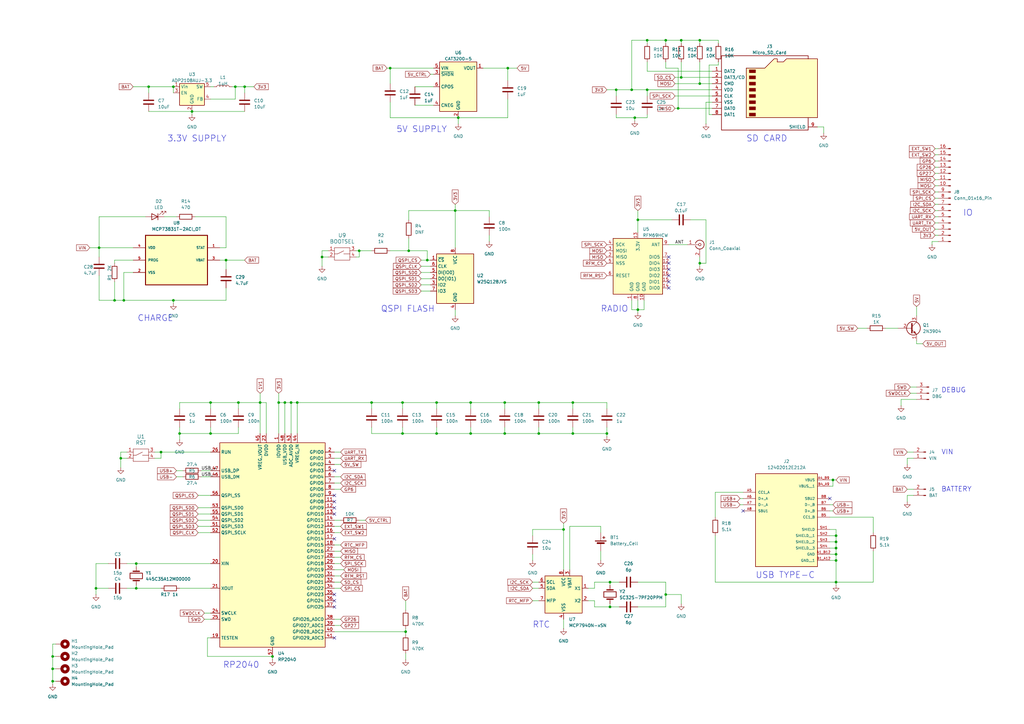
<source format=kicad_sch>
(kicad_sch (version 20231120) (generator "eeschema") (generator_version "8.0")
  (paper "A3")
  (junction (at 40.64 101.6))
  (junction (at 39.37 241.3))
  (junction (at 220.98 177.8))
  (junction (at 165.1 165.1))
  (junction (at 260.35 48.26))
  (junction (at 179.07 165.1))
  (junction (at 220.98 165.1))
  (junction (at 193.04 177.8))
  (junction (at 166.37 259.08))
  (junction (at 279.4 16.51))
  (junction (at 207.01 177.8))
  (junction (at 147.32 102.87))
  (junction (at 175.26 106.68))
  (junction (at 231.14 217.17))
  (junction (at 165.1 177.8))
  (junction (at 342.9 224.79))
  (junction (at 86.36 177.8))
  (junction (at 259.08 36.83))
  (junction (at 73.66 177.8))
  (junction (at 186.69 86.36))
  (junction (at 287.02 107.95))
  (junction (at 234.95 177.8))
  (junction (at 114.3 165.1))
  (junction (at 71.12 35.56))
  (junction (at 21.59 274.32))
  (junction (at 187.96 48.26))
  (junction (at 287.02 16.51))
  (junction (at 100.33 35.56))
  (junction (at 342.9 227.33))
  (junction (at 49.53 187.96))
  (junction (at 342.9 219.71))
  (junction (at 342.9 229.87))
  (junction (at 50.8 123.19))
  (junction (at 119.38 165.1))
  (junction (at 121.92 165.1))
  (junction (at 278.13 44.45))
  (junction (at 179.07 177.8))
  (junction (at 208.28 27.94))
  (junction (at 55.88 231.14))
  (junction (at 250.19 248.92))
  (junction (at 46.99 123.19))
  (junction (at 21.59 279.4))
  (junction (at 55.88 241.3))
  (junction (at 111.76 269.24))
  (junction (at 273.05 243.84))
  (junction (at 60.96 35.56))
  (junction (at 86.36 165.1))
  (junction (at 21.59 269.24))
  (junction (at 342.9 222.25))
  (junction (at 116.84 165.1))
  (junction (at 252.73 36.83))
  (junction (at 66.04 185.42))
  (junction (at 207.01 165.1))
  (junction (at 106.68 165.1))
  (junction (at 193.04 165.1))
  (junction (at 341.63 196.85))
  (junction (at 250.19 238.76))
  (junction (at 261.62 90.17))
  (junction (at 261.62 127))
  (junction (at 97.79 165.1))
  (junction (at 78.74 45.72))
  (junction (at 287.02 34.29))
  (junction (at 160.02 27.94))
  (junction (at 152.4 165.1))
  (junction (at 167.64 102.87))
  (junction (at 265.43 36.83))
  (junction (at 132.08 105.41))
  (junction (at 342.9 238.76))
  (junction (at 92.71 106.68))
  (junction (at 96.52 35.56))
  (junction (at 265.43 16.51))
  (junction (at 234.95 165.1))
  (junction (at 273.05 16.51))
  (junction (at 71.12 123.19))
  (junction (at 248.92 177.8))
  (junction (at 279.4 31.75))
  (no_connect (at 274.32 107.95))
  (no_connect (at 137.16 205.74))
  (no_connect (at 137.16 246.38))
  (no_connect (at 137.16 243.84))
  (no_connect (at 274.32 113.03))
  (no_connect (at 137.16 208.28))
  (no_connect (at 274.32 118.11))
  (no_connect (at 274.32 115.57))
  (no_connect (at 274.32 110.49))
  (no_connect (at 137.16 261.62))
  (no_connect (at 340.36 204.47))
  (no_connect (at 274.32 105.41))
  (no_connect (at 137.16 248.92))
  (no_connect (at 304.8 209.55))
  (no_connect (at 137.16 210.82))
  (no_connect (at 137.16 193.04))
  (no_connect (at 137.16 203.2))
  (no_connect (at 137.16 220.98))
  (wire (pts (xy 81.28 203.2) (xy 86.36 203.2)))
  (wire (pts (xy 152.4 165.1) (xy 165.1 165.1)))
  (wire (pts (xy 248.92 177.8) (xy 248.92 179.07)))
  (wire (pts (xy 200.66 86.36) (xy 186.69 86.36)))
  (wire (pts (xy 97.79 165.1) (xy 86.36 165.1)))
  (wire (pts (xy 22.86 264.16) (xy 21.59 264.16)))
  (wire (pts (xy 119.38 165.1) (xy 119.38 177.8)))
  (wire (pts (xy 250.19 248.92) (xy 250.19 247.65)))
  (wire (pts (xy 337.82 52.07) (xy 335.28 52.07)))
  (wire (pts (xy 137.16 256.54) (xy 139.7 256.54)))
  (wire (pts (xy 97.79 175.26) (xy 97.79 177.8)))
  (wire (pts (xy 81.28 213.36) (xy 86.36 213.36)))
  (wire (pts (xy 92.71 123.19) (xy 92.71 118.11)))
  (wire (pts (xy 342.9 238.76) (xy 342.9 240.03)))
  (wire (pts (xy 82.55 195.58) (xy 86.36 195.58)))
  (wire (pts (xy 137.16 228.6) (xy 139.7 228.6)))
  (wire (pts (xy 114.3 165.1) (xy 116.84 165.1)))
  (wire (pts (xy 50.8 123.19) (xy 71.12 123.19)))
  (wire (pts (xy 375.92 158.75) (xy 373.38 158.75)))
  (wire (pts (xy 152.4 175.26) (xy 152.4 177.8)))
  (wire (pts (xy 85.09 261.62) (xy 85.09 269.24)))
  (wire (pts (xy 81.28 208.28) (xy 86.36 208.28)))
  (wire (pts (xy 293.37 201.93) (xy 293.37 212.09)))
  (wire (pts (xy 290.83 26.67) (xy 290.83 46.99)))
  (wire (pts (xy 46.99 107.95) (xy 46.99 106.68)))
  (wire (pts (xy 243.84 238.76) (xy 250.19 238.76)))
  (wire (pts (xy 193.04 165.1) (xy 207.01 165.1)))
  (wire (pts (xy 383.54 81.28) (xy 384.81 81.28)))
  (wire (pts (xy 358.14 212.09) (xy 340.36 212.09)))
  (wire (pts (xy 340.36 219.71) (xy 342.9 219.71)))
  (wire (pts (xy 383.54 66.04) (xy 384.81 66.04)))
  (wire (pts (xy 283.21 90.17) (xy 289.56 90.17)))
  (wire (pts (xy 218.44 246.38) (xy 220.98 246.38)))
  (wire (pts (xy 218.44 241.3) (xy 220.98 241.3)))
  (wire (pts (xy 340.36 196.85) (xy 341.63 196.85)))
  (wire (pts (xy 137.16 231.14) (xy 139.7 231.14)))
  (wire (pts (xy 252.73 46.99) (xy 252.73 48.26)))
  (wire (pts (xy 383.54 60.96) (xy 384.81 60.96)))
  (wire (pts (xy 382.27 100.33) (xy 382.27 99.06)))
  (wire (pts (xy 55.88 240.03) (xy 55.88 241.3)))
  (wire (pts (xy 341.63 196.85) (xy 342.9 196.85)))
  (wire (pts (xy 152.4 177.8) (xy 165.1 177.8)))
  (wire (pts (xy 176.53 30.48) (xy 177.8 30.48)))
  (wire (pts (xy 294.64 26.67) (xy 290.83 26.67)))
  (wire (pts (xy 287.02 107.95) (xy 287.02 109.22)))
  (wire (pts (xy 293.37 238.76) (xy 342.9 238.76)))
  (wire (pts (xy 340.36 217.17) (xy 342.9 217.17)))
  (wire (pts (xy 383.54 91.44) (xy 384.81 91.44)))
  (wire (pts (xy 166.37 246.38) (xy 166.37 250.19)))
  (wire (pts (xy 250.19 248.92) (xy 254 248.92)))
  (wire (pts (xy 375.92 161.29) (xy 373.38 161.29)))
  (wire (pts (xy 378.46 140.97) (xy 375.92 140.97)))
  (wire (pts (xy 170.18 43.18) (xy 177.8 43.18)))
  (wire (pts (xy 60.96 38.1) (xy 60.96 35.56)))
  (wire (pts (xy 193.04 177.8) (xy 207.01 177.8)))
  (wire (pts (xy 265.43 48.26) (xy 265.43 46.99)))
  (wire (pts (xy 383.54 68.58) (xy 384.81 68.58)))
  (wire (pts (xy 55.88 232.41) (xy 55.88 231.14)))
  (wire (pts (xy 342.9 219.71) (xy 342.9 222.25)))
  (wire (pts (xy 132.08 102.87) (xy 132.08 105.41)))
  (wire (pts (xy 121.92 165.1) (xy 152.4 165.1)))
  (wire (pts (xy 66.04 185.42) (xy 86.36 185.42)))
  (wire (pts (xy 220.98 165.1) (xy 220.98 167.64)))
  (wire (pts (xy 246.38 218.44) (xy 246.38 215.9)))
  (wire (pts (xy 186.69 86.36) (xy 186.69 83.82)))
  (wire (pts (xy 261.62 123.19) (xy 261.62 127)))
  (wire (pts (xy 276.86 39.37) (xy 292.1 39.37)))
  (wire (pts (xy 55.88 231.14) (xy 86.36 231.14)))
  (wire (pts (xy 292.1 41.91) (xy 289.56 41.91)))
  (wire (pts (xy 146.05 102.87) (xy 147.32 102.87)))
  (wire (pts (xy 252.73 36.83) (xy 252.73 39.37)))
  (wire (pts (xy 273.05 27.94) (xy 278.13 27.94)))
  (wire (pts (xy 200.66 96.52) (xy 200.66 99.06)))
  (wire (pts (xy 60.96 35.56) (xy 71.12 35.56)))
  (wire (pts (xy 46.99 123.19) (xy 50.8 123.19)))
  (wire (pts (xy 358.14 226.06) (xy 358.14 238.76)))
  (wire (pts (xy 372.11 187.96) (xy 372.11 190.5)))
  (wire (pts (xy 287.02 17.78) (xy 287.02 16.51)))
  (wire (pts (xy 137.16 259.08) (xy 166.37 259.08)))
  (wire (pts (xy 78.74 45.72) (xy 78.74 46.99)))
  (wire (pts (xy 259.08 16.51) (xy 259.08 36.83)))
  (wire (pts (xy 208.28 27.94) (xy 212.09 27.94)))
  (wire (pts (xy 303.53 207.01) (xy 304.8 207.01)))
  (wire (pts (xy 137.16 213.36) (xy 139.7 213.36)))
  (wire (pts (xy 276.86 34.29) (xy 287.02 34.29)))
  (wire (pts (xy 109.22 165.1) (xy 106.68 165.1)))
  (wire (pts (xy 363.22 134.62) (xy 368.3 134.62)))
  (wire (pts (xy 72.39 195.58) (xy 74.93 195.58)))
  (wire (pts (xy 383.54 76.2) (xy 384.81 76.2)))
  (wire (pts (xy 289.56 90.17) (xy 289.56 107.95)))
  (wire (pts (xy 92.71 106.68) (xy 92.71 110.49)))
  (wire (pts (xy 265.43 29.21) (xy 292.1 29.21)))
  (wire (pts (xy 86.36 40.64) (xy 96.52 40.64)))
  (wire (pts (xy 264.16 127) (xy 261.62 127)))
  (wire (pts (xy 83.82 254) (xy 86.36 254)))
  (wire (pts (xy 261.62 127) (xy 261.62 128.27)))
  (wire (pts (xy 78.74 45.72) (xy 100.33 45.72)))
  (wire (pts (xy 273.05 25.4) (xy 273.05 27.94)))
  (wire (pts (xy 73.66 165.1) (xy 73.66 167.64)))
  (wire (pts (xy 167.64 102.87) (xy 160.02 102.87)))
  (wire (pts (xy 218.44 217.17) (xy 231.14 217.17)))
  (wire (pts (xy 372.11 203.2) (xy 374.65 203.2)))
  (wire (pts (xy 369.57 163.83) (xy 375.92 163.83)))
  (wire (pts (xy 259.08 36.83) (xy 265.43 36.83)))
  (wire (pts (xy 340.36 227.33) (xy 342.9 227.33)))
  (wire (pts (xy 137.16 185.42) (xy 139.7 185.42)))
  (wire (pts (xy 86.36 165.1) (xy 73.66 165.1)))
  (wire (pts (xy 175.26 106.68) (xy 176.53 106.68)))
  (wire (pts (xy 49.53 185.42) (xy 49.53 187.96)))
  (wire (pts (xy 207.01 165.1) (xy 220.98 165.1)))
  (wire (pts (xy 160.02 48.26) (xy 187.96 48.26)))
  (wire (pts (xy 261.62 90.17) (xy 275.59 90.17)))
  (wire (pts (xy 73.66 241.3) (xy 86.36 241.3)))
  (wire (pts (xy 36.83 101.6) (xy 40.64 101.6)))
  (wire (pts (xy 259.08 127) (xy 261.62 127)))
  (wire (pts (xy 207.01 175.26) (xy 207.01 177.8)))
  (wire (pts (xy 252.73 48.26) (xy 260.35 48.26)))
  (wire (pts (xy 208.28 27.94) (xy 208.28 33.02)))
  (wire (pts (xy 207.01 177.8) (xy 220.98 177.8)))
  (wire (pts (xy 218.44 219.71) (xy 218.44 217.17)))
  (wire (pts (xy 372.11 200.66) (xy 374.65 200.66)))
  (wire (pts (xy 342.9 227.33) (xy 342.9 229.87)))
  (wire (pts (xy 218.44 238.76) (xy 220.98 238.76)))
  (wire (pts (xy 63.5 187.96) (xy 66.04 187.96)))
  (wire (pts (xy 21.59 279.4) (xy 21.59 280.67)))
  (wire (pts (xy 342.9 224.79) (xy 342.9 227.33)))
  (wire (pts (xy 294.64 16.51) (xy 287.02 16.51)))
  (wire (pts (xy 86.36 35.56) (xy 87.63 35.56)))
  (wire (pts (xy 375.92 140.97) (xy 375.92 139.7)))
  (wire (pts (xy 234.95 175.26) (xy 234.95 177.8)))
  (wire (pts (xy 220.98 175.26) (xy 220.98 177.8)))
  (wire (pts (xy 261.62 95.25) (xy 261.62 90.17)))
  (wire (pts (xy 279.4 16.51) (xy 273.05 16.51)))
  (wire (pts (xy 83.82 251.46) (xy 86.36 251.46)))
  (wire (pts (xy 340.36 224.79) (xy 342.9 224.79)))
  (wire (pts (xy 82.55 193.04) (xy 86.36 193.04)))
  (wire (pts (xy 49.53 185.42) (xy 52.07 185.42)))
  (wire (pts (xy 261.62 238.76) (xy 273.05 238.76)))
  (wire (pts (xy 250.19 238.76) (xy 250.19 240.03)))
  (wire (pts (xy 278.13 44.45) (xy 292.1 44.45)))
  (wire (pts (xy 39.37 231.14) (xy 39.37 241.3)))
  (wire (pts (xy 90.17 101.6) (xy 92.71 101.6)))
  (wire (pts (xy 137.16 187.96) (xy 139.7 187.96)))
  (wire (pts (xy 383.54 83.82) (xy 384.81 83.82)))
  (wire (pts (xy 342.9 229.87) (xy 342.9 238.76)))
  (wire (pts (xy 97.79 165.1) (xy 97.79 167.64)))
  (wire (pts (xy 73.66 177.8) (xy 73.66 175.26)))
  (wire (pts (xy 147.32 102.87) (xy 152.4 102.87)))
  (wire (pts (xy 260.35 48.26) (xy 260.35 49.53)))
  (wire (pts (xy 96.52 35.56) (xy 100.33 35.56)))
  (wire (pts (xy 172.72 106.68) (xy 175.26 106.68)))
  (wire (pts (xy 137.16 241.3) (xy 139.7 241.3)))
  (wire (pts (xy 132.08 105.41) (xy 132.08 109.22)))
  (wire (pts (xy 243.84 246.38) (xy 243.84 248.92)))
  (wire (pts (xy 50.8 111.76) (xy 50.8 123.19)))
  (wire (pts (xy 342.9 222.25) (xy 342.9 224.79)))
  (wire (pts (xy 241.3 241.3) (xy 243.84 241.3)))
  (wire (pts (xy 252.73 36.83) (xy 259.08 36.83)))
  (wire (pts (xy 231.14 217.17) (xy 231.14 233.68)))
  (wire (pts (xy 241.3 246.38) (xy 243.84 246.38)))
  (wire (pts (xy 90.17 106.68) (xy 92.71 106.68)))
  (wire (pts (xy 248.92 177.8) (xy 248.92 175.26)))
  (wire (pts (xy 160.02 41.91) (xy 160.02 48.26)))
  (wire (pts (xy 71.12 35.56) (xy 71.12 38.1)))
  (wire (pts (xy 147.32 213.36) (xy 149.86 213.36)))
  (wire (pts (xy 73.66 177.8) (xy 73.66 180.34)))
  (wire (pts (xy 55.88 241.3) (xy 66.04 241.3)))
  (wire (pts (xy 246.38 226.06) (xy 246.38 229.87)))
  (wire (pts (xy 273.05 16.51) (xy 273.05 17.78)))
  (wire (pts (xy 54.61 35.56) (xy 60.96 35.56)))
  (wire (pts (xy 172.72 114.3) (xy 176.53 114.3)))
  (wire (pts (xy 278.13 27.94) (xy 278.13 44.45)))
  (wire (pts (xy 40.64 88.9) (xy 40.64 101.6)))
  (wire (pts (xy 208.28 40.64) (xy 208.28 48.26)))
  (wire (pts (xy 243.84 241.3) (xy 243.84 238.76)))
  (wire (pts (xy 172.72 119.38) (xy 176.53 119.38)))
  (wire (pts (xy 279.4 247.65) (xy 279.4 243.84)))
  (wire (pts (xy 265.43 36.83) (xy 265.43 39.37)))
  (wire (pts (xy 218.44 227.33) (xy 218.44 229.87)))
  (wire (pts (xy 165.1 165.1) (xy 179.07 165.1)))
  (wire (pts (xy 220.98 165.1) (xy 234.95 165.1)))
  (wire (pts (xy 172.72 116.84) (xy 176.53 116.84)))
  (wire (pts (xy 383.54 78.74) (xy 384.81 78.74)))
  (wire (pts (xy 351.79 134.62) (xy 355.6 134.62)))
  (wire (pts (xy 71.12 123.19) (xy 92.71 123.19)))
  (wire (pts (xy 100.33 38.1) (xy 100.33 35.56)))
  (wire (pts (xy 172.72 109.22) (xy 176.53 109.22)))
  (wire (pts (xy 383.54 63.5) (xy 384.81 63.5)))
  (wire (pts (xy 137.16 195.58) (xy 139.7 195.58)))
  (wire (pts (xy 95.25 35.56) (xy 96.52 35.56)))
  (wire (pts (xy 44.45 231.14) (xy 39.37 231.14)))
  (wire (pts (xy 85.09 269.24) (xy 111.76 269.24)))
  (wire (pts (xy 248.92 36.83) (xy 252.73 36.83)))
  (wire (pts (xy 49.53 187.96) (xy 52.07 187.96)))
  (wire (pts (xy 294.64 17.78) (xy 294.64 16.51)))
  (wire (pts (xy 81.28 218.44) (xy 86.36 218.44)))
  (wire (pts (xy 72.39 193.04) (xy 74.93 193.04)))
  (wire (pts (xy 86.36 175.26) (xy 86.36 177.8)))
  (wire (pts (xy 67.31 88.9) (xy 72.39 88.9)))
  (wire (pts (xy 114.3 161.29) (xy 114.3 165.1)))
  (wire (pts (xy 39.37 241.3) (xy 44.45 241.3)))
  (wire (pts (xy 80.01 88.9) (xy 92.71 88.9)))
  (wire (pts (xy 132.08 102.87) (xy 134.62 102.87)))
  (wire (pts (xy 337.82 54.61) (xy 337.82 52.07)))
  (wire (pts (xy 59.69 88.9) (xy 40.64 88.9)))
  (wire (pts (xy 137.16 236.22) (xy 139.7 236.22)))
  (wire (pts (xy 304.8 201.93) (xy 293.37 201.93)))
  (wire (pts (xy 137.16 226.06) (xy 139.7 226.06)))
  (wire (pts (xy 160.02 34.29) (xy 160.02 27.94)))
  (wire (pts (xy 109.22 165.1) (xy 109.22 177.8)))
  (wire (pts (xy 137.16 223.52) (xy 139.7 223.52)))
  (wire (pts (xy 265.43 36.83) (xy 292.1 36.83)))
  (wire (pts (xy 287.02 105.41) (xy 287.02 107.95)))
  (wire (pts (xy 114.3 177.8) (xy 114.3 165.1)))
  (wire (pts (xy 111.76 269.24) (xy 111.76 270.51)))
  (wire (pts (xy 66.04 187.96) (xy 66.04 185.42)))
  (wire (pts (xy 49.53 187.96) (xy 49.53 191.77)))
  (wire (pts (xy 39.37 241.3) (xy 39.37 243.84)))
  (wire (pts (xy 358.14 218.44) (xy 358.14 212.09)))
  (wire (pts (xy 358.14 238.76) (xy 342.9 238.76)))
  (wire (pts (xy 158.75 27.94) (xy 160.02 27.94)))
  (wire (pts (xy 375.92 125.73) (xy 375.92 129.54)))
  (wire (pts (xy 289.56 107.95) (xy 287.02 107.95)))
  (wire (pts (xy 265.43 16.51) (xy 265.43 17.78)))
  (wire (pts (xy 382.27 99.06) (xy 384.81 99.06)))
  (wire (pts (xy 179.07 177.8) (xy 193.04 177.8)))
  (wire (pts (xy 167.64 97.79) (xy 167.64 102.87)))
  (wire (pts (xy 106.68 177.8) (xy 106.68 165.1)))
  (wire (pts (xy 279.4 25.4) (xy 279.4 31.75)))
  (wire (pts (xy 246.38 215.9) (xy 233.68 215.9)))
  (wire (pts (xy 146.05 105.41) (xy 147.32 105.41)))
  (wire (pts (xy 287.02 25.4) (xy 287.02 34.29)))
  (wire (pts (xy 207.01 165.1) (xy 207.01 167.64)))
  (wire (pts (xy 187.96 48.26) (xy 208.28 48.26)))
  (wire (pts (xy 179.07 165.1) (xy 193.04 165.1)))
  (wire (pts (xy 152.4 165.1) (xy 152.4 167.64)))
  (wire (pts (xy 294.64 25.4) (xy 294.64 26.67)))
  (wire (pts (xy 233.68 215.9) (xy 233.68 233.68)))
  (wire (pts (xy 265.43 16.51) (xy 259.08 16.51)))
  (wire (pts (xy 279.4 16.51) (xy 279.4 17.78)))
  (wire (pts (xy 248.92 165.1) (xy 248.92 167.64)))
  (wire (pts (xy 340.36 199.39) (xy 341.63 199.39)))
  (wire (pts (xy 97.79 177.8) (xy 86.36 177.8)))
  (wire (pts (xy 86.36 165.1) (xy 86.36 167.64)))
  (wire (pts (xy 46.99 115.57) (xy 46.99 123.19)))
  (wire (pts (xy 137.16 190.5) (xy 139.7 190.5)))
  (wire (pts (xy 276.86 44.45) (xy 278.13 44.45)))
  (wire (pts (xy 137.16 254) (xy 139.7 254)))
  (wire (pts (xy 198.12 27.94) (xy 208.28 27.94)))
  (wire (pts (xy 116.84 165.1) (xy 119.38 165.1)))
  (wire (pts (xy 166.37 267.97) (xy 166.37 270.51)))
  (wire (pts (xy 383.54 88.9) (xy 384.81 88.9)))
  (wire (pts (xy 106.68 165.1) (xy 97.79 165.1)))
  (wire (pts (xy 287.02 34.29) (xy 292.1 34.29)))
  (wire (pts (xy 137.16 198.12) (xy 139.7 198.12)))
  (wire (pts (xy 231.14 254) (xy 231.14 257.81)))
  (wire (pts (xy 92.71 106.68) (xy 100.33 106.68)))
  (wire (pts (xy 193.04 175.26) (xy 193.04 177.8)))
  (wire (pts (xy 340.36 209.55) (xy 341.63 209.55)))
  (wire (pts (xy 383.54 86.36) (xy 384.81 86.36)))
  (wire (pts (xy 273.05 238.76) (xy 273.05 243.84)))
  (wire (pts (xy 279.4 243.84) (xy 273.05 243.84)))
  (wire (pts (xy 259.08 123.19) (xy 259.08 127)))
  (wire (pts (xy 243.84 248.92) (xy 250.19 248.92)))
  (wire (pts (xy 293.37 219.71) (xy 293.37 238.76)))
  (wire (pts (xy 55.88 241.3) (xy 52.07 241.3)))
  (wire (pts (xy 250.19 238.76) (xy 254 238.76)))
  (wire (pts (xy 369.57 166.37) (xy 369.57 163.83)))
  (wire (pts (xy 186.69 127) (xy 186.69 129.54)))
  (wire (pts (xy 40.64 113.03) (xy 40.64 123.19)))
  (wire (pts (xy 167.64 90.17) (xy 167.64 86.36)))
  (wire (pts (xy 86.36 177.8) (xy 73.66 177.8)))
  (wire (pts (xy 81.28 215.9) (xy 86.36 215.9)))
  (wire (pts (xy 106.68 161.29) (xy 106.68 165.1)))
  (wire (pts (xy 100.33 35.56) (xy 104.14 35.56)))
  (wire (pts (xy 55.88 231.14) (xy 52.07 231.14)))
  (wire (pts (xy 231.14 214.63) (xy 231.14 217.17)))
  (wire (pts (xy 137.16 238.76) (xy 139.7 238.76)))
  (wire (pts (xy 167.64 86.36) (xy 186.69 86.36)))
  (wire (pts (xy 40.64 123.19) (xy 46.99 123.19)))
  (wire (pts (xy 46.99 106.68) (xy 54.61 106.68)))
  (wire (pts (xy 341.63 199.39) (xy 341.63 196.85)))
  (wire (pts (xy 264.16 123.19) (xy 264.16 127)))
  (wire (pts (xy 147.32 105.41) (xy 147.32 102.87)))
  (wire (pts (xy 260.35 48.26) (xy 265.43 48.26)))
  (wire (pts (xy 193.04 165.1) (xy 193.04 167.64)))
  (wire (pts (xy 63.5 185.42) (xy 66.04 185.42)))
  (wire (pts (xy 279.4 31.75) (xy 292.1 31.75)))
  (wire (pts (xy 342.9 217.17) (xy 342.9 219.71)))
  (wire (pts (xy 179.07 175.26) (xy 179.07 177.8)))
  (wire (pts (xy 40.64 105.41) (xy 40.64 101.6)))
  (wire (pts (xy 86.36 261.62) (xy 85.09 261.62)))
  (wire (pts (xy 340.36 207.01) (xy 341.63 207.01)))
  (wire (pts (xy 40.64 101.6) (xy 54.61 101.6)))
  (wire (pts (xy 273.05 248.92) (xy 261.62 248.92)))
  (wire (pts (xy 71.12 124.46) (xy 71.12 123.19)))
  (wire (pts (xy 234.95 165.1) (xy 234.95 167.64)))
  (wire (pts (xy 340.36 222.25) (xy 342.9 222.25)))
  (wire (pts (xy 273.05 243.84) (xy 273.05 248.92)))
  (wire (pts (xy 160.02 27.94) (xy 177.8 27.94)))
  (wire (pts (xy 220.98 177.8) (xy 234.95 177.8)))
  (wire (pts (xy 172.72 111.76) (xy 176.53 111.76)))
  (wire (pts (xy 175.26 102.87) (xy 175.26 106.68)))
  (wire (pts (xy 54.61 111.76) (xy 50.8 111.76)))
  (wire (pts (xy 21.59 264.16) (xy 21.59 269.24)))
  (wire (pts (xy 96.52 40.64) (xy 96.52 35.56)))
  (wire (pts (xy 132.08 105.41) (xy 134.62 105.41)))
  (wire (pts (xy 186.69 86.36) (xy 186.69 101.6)))
  (wire (pts (xy 265.43 25.4) (xy 265.43 29.21)))
  (wire (pts (xy 60.96 45.72) (xy 78.74 45.72)))
  (wire (pts (xy 274.32 100.33) (xy 281.94 100.33)))
  (wire (pts (xy 372.11 187.96) (xy 374.65 187.96)))
  (wire (pts (xy 372.11 203.2) (xy 372.11 205.74)))
  (wire (pts (xy 383.54 71.12) (xy 384.81 71.12)))
  (wire (pts (xy 372.11 185.42) (xy 374.65 185.42)))
  (wire (pts (xy 303.53 204.47) (xy 304.8 204.47)))
  (wire (pts (xy 234.95 177.8) (xy 248.92 177.8)))
  (wire (pts (xy 234.95 165.1) (xy 248.92 165.1)))
  (wire (pts (xy 137.16 215.9) (xy 139.7 215.9)))
  (wire (pts (xy 276.86 31.75) (xy 279.4 31.75)))
  (wire (pts (xy 92.71 88.9) (xy 92.71 101.6)))
  (wire (pts (xy 21.59 274.32) (xy 22.86 274.32)))
  (wire (pts (xy 116.84 165.1) (xy 116.84 177.8)))
  (wire (pts (xy 200.66 88.9) (xy 200.66 86.36)))
  (wire (pts (xy 261.62 86.36) (xy 261.62 90.17)))
  (wire (pts (xy 21.59 279.4) (xy 22.86 279.4)))
  (wire (pts (xy 165.1 177.8) (xy 179.07 177.8)))
  (wire (pts (xy 165.1 165.1) (xy 165.1 167.64)))
  (wire (pts (xy 273.05 16.51) (xy 265.43 16.51)))
  (wire (pts (xy 383.54 93.98) (xy 384.81 93.98)))
  (wire (pts (xy 166.37 257.81) (xy 166.37 259.08)))
  (wire (pts (xy 342.9 229.87) (xy 340.36 229.87)))
  (wire (pts (xy 383.54 96.52) (xy 384.81 96.52)))
  (wire (pts (xy 137.16 200.66) (xy 139.7 200.66)))
  (wire (pts (xy 167.64 102.87) (xy 175.26 102.87)))
  (wire (pts (xy 21.59 269.24) (xy 21.59 274.32)))
  (wire (pts (xy 170.18 35.56) (xy 177.8 35.56)))
  (wire (pts (xy 21.59 274.32) (xy 21.59 279.4)))
  (wire (pts (xy 137.16 233.68) (xy 140.97 233.68)))
  (wire (pts (xy 287.02 16.51) (xy 279.4 16.51)))
  (wire (pts (xy 137.16 218.44) (xy 139.7 218.44)))
  (wire (pts (xy 179.07 165.1) (xy 179.07 167.64)))
  (wire (pts (xy 21.59 269.24) (xy 22.86 269.24)))
  (wire (pts (xy 121.92 165.1) (xy 121.92 177.8)))
  (wire (pts (xy 166.37 259.08) (xy 166.37 260.35)))
  (wire (pts (xy 383.54 73.66) (xy 384.81 73.66)))
  (wire (pts (xy 290.83 46.99) (xy 292.1 46.99)))
  (wire (pts (xy 187.96 48.26) (xy 187.96 50.8)))
  (wire (pts (xy 289.56 41.91) (xy 289.56 50.8)))
  (wire (pts (xy 81.28 210.82) (xy 86.36 210.82)))
  (wire (pts (xy 119.38 165.1) (xy 121.92 165.1)))
  (wire (pts (xy 165.1 175.26) (xy 165.1 177.8)))
  (text "USB TYPE-C" (at 309.88 237.49 0) (effects (font (size 2.54 2.54)) (justify left bottom)))
  (text "BATTERY" (at 386.08 201.93 0) (effects (font (size 2 2)) (justify left bottom)))
  (text "RTC" (at 218.44 257.81 0) (effects (font (size 2.54 2.54)) (justify left bottom)))
  (text "QSPI FLASH" (at 156.21 128.27 0) (effects (font (size 2.5 2.5)) (justify left bottom)))
  (text "IO" (at 394.97 88.9 0) (effects (font (size 2.54 2.54)) (justify left bottom)))
  (text "DEBUG" (at 386.08 161.29 0) (effects (font (size 2 2)) (justify left bottom)))
  (text "RADIO" (at 246.38 128.27 0) (effects (font (size 2.54 2.54)) (justify left bottom)))
  (text "3.3V SUPPLY" (at 68.58 58.42 0) (effects (font (size 2.5 2.5)) (justify left bottom)))
  (text "VIN" (at 386.08 186.69 0) (effects (font (size 2 2)) (justify left bottom)))
  (text "RP2040" (at 91.44 274.32 0) (effects (font (size 2.54 2.54)) (justify left bottom)))
  (text "CHARGE" (at 56.388 132.08 0) (effects (font (size 2.5 2.5)) (justify left bottom)))
  (text "SD CARD" (at 306.07 58.42 0) (effects (font (size 2.54 2.54)) (justify left bottom)))
  (text "5V SUPPLY" (at 162.56 54.61 0) (effects (font (size 2.5 2.5)) (justify left bottom)))
  (label "ANT" (at 276.86 100.33 0))
  (label "USB_+" (at 82.55 193.04 0))
  (label "USB_-" (at 82.55 195.58 0))
  (global_label "SPI_SCK" (shape input) (at 139.7 231.14 0) (property "Intersheetrefs" "${INTERSHEET_REFS}" (effects (hide yes))))
  (global_label "3V3" (shape input) (at 383.54 96.52 180) (property "Intersheetrefs" "${INTERSHEET_REFS}" (effects (hide yes))))
  (global_label "1V1" (shape input) (at 106.68 161.29 90) (property "Intersheetrefs" "${INTERSHEET_REFS}" (effects (hide yes))))
  (global_label "USB+" (shape input) (at 303.53 204.47 180) (property "Intersheetrefs" "${INTERSHEET_REFS}" (effects (hide yes))))
  (global_label "I2C_SCK" (shape input) (at 218.44 238.76 180) (property "Intersheetrefs" "${INTERSHEET_REFS}" (effects (hide yes))))
  (global_label "BAT" (shape input) (at 54.61 35.56 180) (property "Intersheetrefs" "${INTERSHEET_REFS}" (effects (hide yes))))
  (global_label "UART_RX" (shape input) (at 383.54 88.9 180) (property "Intersheetrefs" "${INTERSHEET_REFS}" (effects (hide yes))))
  (global_label "QSPI_SD2" (shape input) (at 81.28 213.36 180) (property "Intersheetrefs" "${INTERSHEET_REFS}" (effects (hide yes))))
  (global_label "MISO" (shape input) (at 248.92 105.41 180) (property "Intersheetrefs" "${INTERSHEET_REFS}" (effects (hide yes))))
  (global_label "MOSI" (shape input) (at 140.97 233.68 0) (property "Intersheetrefs" "${INTERSHEET_REFS}" (effects (hide yes))))
  (global_label "VIN" (shape input) (at 36.83 101.6 180) (property "Intersheetrefs" "${INTERSHEET_REFS}" (effects (hide yes))))
  (global_label "MISO" (shape input) (at 276.86 44.45 180) (property "Intersheetrefs" "${INTERSHEET_REFS}" (effects (hide yes))))
  (global_label "QSPI_SD3" (shape input) (at 172.72 119.38 180) (property "Intersheetrefs" "${INTERSHEET_REFS}" (effects (hide yes))))
  (global_label "SPI_SCK" (shape input) (at 383.54 78.74 180) (property "Intersheetrefs" "${INTERSHEET_REFS}" (effects (hide yes))))
  (global_label "I2C_SCK" (shape input) (at 139.7 198.12 0) (property "Intersheetrefs" "${INTERSHEET_REFS}" (effects (hide yes))))
  (global_label "MOSI" (shape input) (at 276.86 34.29 180) (property "Intersheetrefs" "${INTERSHEET_REFS}" (effects (hide yes))))
  (global_label "3V3" (shape input) (at 261.62 86.36 90) (property "Intersheetrefs" "${INTERSHEET_REFS}" (effects (hide yes))))
  (global_label "BAT" (shape input) (at 372.11 200.66 180) (property "Intersheetrefs" "${INTERSHEET_REFS}" (effects (hide yes))))
  (global_label "QSPI_CS" (shape input) (at 81.28 203.2 180) (property "Intersheetrefs" "${INTERSHEET_REFS}" (effects (hide yes))))
  (global_label "VIN" (shape input) (at 372.11 185.42 180) (property "Intersheetrefs" "${INTERSHEET_REFS}" (effects (hide yes))))
  (global_label "5V_CTRL" (shape input) (at 176.53 30.48 180) (property "Intersheetrefs" "${INTERSHEET_REFS}" (effects (hide yes))))
  (global_label "I2C_SDA" (shape input) (at 383.54 83.82 180) (property "Intersheetrefs" "${INTERSHEET_REFS}" (effects (hide yes))))
  (global_label "GP6" (shape input) (at 383.54 66.04 180) (property "Intersheetrefs" "${INTERSHEET_REFS}" (effects (hide yes))))
  (global_label "RTC_MFP" (shape input) (at 139.7 223.52 0) (property "Intersheetrefs" "${INTERSHEET_REFS}" (effects (hide yes))))
  (global_label "SD_CS" (shape input) (at 276.86 31.75 180) (property "Intersheetrefs" "${INTERSHEET_REFS}" (effects (hide yes))))
  (global_label "3V3" (shape input) (at 104.14 35.56 0) (property "Intersheetrefs" "${INTERSHEET_REFS}" (effects (hide yes))))
  (global_label "SPI_SCK" (shape input) (at 276.86 39.37 180) (property "Intersheetrefs" "${INTERSHEET_REFS}" (effects (hide yes))))
  (global_label "USB+" (shape input) (at 72.39 193.04 180) (property "Intersheetrefs" "${INTERSHEET_REFS}" (effects (hide yes))))
  (global_label "USB-" (shape input) (at 303.53 207.01 180) (property "Intersheetrefs" "${INTERSHEET_REFS}" (effects (hide yes))))
  (global_label "5V_CTRL" (shape input) (at 149.86 213.36 0) (property "Intersheetrefs" "${INTERSHEET_REFS}" (effects (hide yes))))
  (global_label "3V3" (shape input) (at 231.14 214.63 90) (property "Intersheetrefs" "${INTERSHEET_REFS}" (effects (hide yes))))
  (global_label "USB+" (shape input) (at 341.63 209.55 0) (property "Intersheetrefs" "${INTERSHEET_REFS}" (effects (hide yes))))
  (global_label "RFM_RST" (shape input) (at 248.92 113.03 180) (property "Intersheetrefs" "${INTERSHEET_REFS}" (effects (hide yes))))
  (global_label "QSPI_SD3" (shape input) (at 81.28 215.9 180) (property "Intersheetrefs" "${INTERSHEET_REFS}" (effects (hide yes))))
  (global_label "5V" (shape input) (at 375.92 125.73 90) (property "Intersheetrefs" "${INTERSHEET_REFS}" (effects (hide yes))))
  (global_label "SPI_SCK" (shape input) (at 248.92 100.33 180) (property "Intersheetrefs" "${INTERSHEET_REFS}" (effects (hide yes))))
  (global_label "QSPI_SD2" (shape input) (at 172.72 116.84 180) (property "Intersheetrefs" "${INTERSHEET_REFS}" (effects (hide yes))))
  (global_label "USB-" (shape input) (at 341.63 207.01 0) (property "Intersheetrefs" "${INTERSHEET_REFS}" (effects (hide yes))))
  (global_label "RFM_RST" (shape input) (at 139.7 236.22 0) (property "Intersheetrefs" "${INTERSHEET_REFS}" (effects (hide yes))))
  (global_label "QSPI_CLK" (shape input) (at 172.72 109.22 180) (property "Intersheetrefs" "${INTERSHEET_REFS}" (effects (hide yes))))
  (global_label "QSPI_CS" (shape input) (at 172.72 106.68 180) (property "Intersheetrefs" "${INTERSHEET_REFS}" (effects (hide yes))))
  (global_label "QSPI_SD0" (shape input) (at 81.28 208.28 180) (property "Intersheetrefs" "${INTERSHEET_REFS}" (effects (hide yes))))
  (global_label "SWD" (shape input) (at 373.38 158.75 180) (property "Intersheetrefs" "${INTERSHEET_REFS}" (effects (hide yes))))
  (global_label "GP27" (shape input) (at 139.7 256.54 0) (property "Intersheetrefs" "${INTERSHEET_REFS}" (effects (hide yes))))
  (global_label "BAT" (shape input) (at 100.33 106.68 0) (property "Intersheetrefs" "${INTERSHEET_REFS}" (effects (hide yes))))
  (global_label "3V3" (shape input) (at 186.69 83.82 90) (property "Intersheetrefs" "${INTERSHEET_REFS}" (effects (hide yes))))
  (global_label "I2C_SDA" (shape input) (at 218.44 241.3 180) (property "Intersheetrefs" "${INTERSHEET_REFS}" (effects (hide yes))))
  (global_label "UART_TX" (shape input) (at 139.7 185.42 0) (property "Intersheetrefs" "${INTERSHEET_REFS}" (effects (hide yes))))
  (global_label "QSPI_SD1" (shape input) (at 81.28 210.82 180) (property "Intersheetrefs" "${INTERSHEET_REFS}" (effects (hide yes))))
  (global_label "GP26" (shape input) (at 139.7 254 0) (property "Intersheetrefs" "${INTERSHEET_REFS}" (effects (hide yes))))
  (global_label "EXT_SW2" (shape input) (at 139.7 218.44 0) (property "Intersheetrefs" "${INTERSHEET_REFS}" (effects (hide yes))))
  (global_label "RFM_CS" (shape input) (at 248.92 107.95 180) (property "Intersheetrefs" "${INTERSHEET_REFS}" (effects (hide yes))))
  (global_label "RFM_CS" (shape input) (at 139.7 228.6 0) (property "Intersheetrefs" "${INTERSHEET_REFS}" (effects (hide yes))))
  (global_label "BAT" (shape input) (at 166.37 246.38 90) (property "Intersheetrefs" "${INTERSHEET_REFS}" (effects (hide yes))))
  (global_label "3V3" (shape input) (at 248.92 36.83 180) (property "Intersheetrefs" "${INTERSHEET_REFS}" (effects (hide yes))))
  (global_label "GP6" (shape input) (at 139.7 200.66 0) (property "Intersheetrefs" "${INTERSHEET_REFS}" (effects (hide yes))))
  (global_label "MISO" (shape input) (at 139.7 226.06 0) (property "Intersheetrefs" "${INTERSHEET_REFS}" (effects (hide yes))))
  (global_label "QSPI_SD0" (shape input) (at 172.72 111.76 180) (property "Intersheetrefs" "${INTERSHEET_REFS}" (effects (hide yes))))
  (global_label "QSPI_CLK" (shape input) (at 81.28 218.44 180) (property "Intersheetrefs" "${INTERSHEET_REFS}" (effects (hide yes))))
  (global_label "BAT" (shape input) (at 158.75 27.94 180) (property "Intersheetrefs" "${INTERSHEET_REFS}" (effects (hide yes))))
  (global_label "5V_OUT" (shape input) (at 378.46 140.97 0) (property "Intersheetrefs" "${INTERSHEET_REFS}" (effects (hide yes))))
  (global_label "SWDCLK" (shape input) (at 83.82 251.46 180) (property "Intersheetrefs" "${INTERSHEET_REFS}" (effects (hide yes))))
  (global_label "3V3" (shape input) (at 114.3 161.29 90) (property "Intersheetrefs" "${INTERSHEET_REFS}" (effects (hide yes))))
  (global_label "5V_OUT" (shape input) (at 383.54 93.98 180) (property "Intersheetrefs" "${INTERSHEET_REFS}" (effects (hide yes))))
  (global_label "VIN" (shape input) (at 342.9 196.85 0) (property "Intersheetrefs" "${INTERSHEET_REFS}" (effects (hide yes))))
  (global_label "MOSI" (shape input) (at 383.54 76.2 180) (property "Intersheetrefs" "${INTERSHEET_REFS}" (effects (hide yes))))
  (global_label "RTC_MFP" (shape input) (at 218.44 246.38 180) (property "Intersheetrefs" "${INTERSHEET_REFS}" (effects (hide yes))))
  (global_label "UART_TX" (shape input) (at 383.54 91.44 180) (property "Intersheetrefs" "${INTERSHEET_REFS}" (effects (hide yes))))
  (global_label "QSPI_SD1" (shape input) (at 172.72 114.3 180) (property "Intersheetrefs" "${INTERSHEET_REFS}" (effects (hide yes))))
  (global_label "GP27" (shape input) (at 383.54 71.12 180) (property "Intersheetrefs" "${INTERSHEET_REFS}" (effects (hide yes))))
  (global_label "EXT_SW1" (shape input) (at 139.7 215.9 0) (property "Intersheetrefs" "${INTERSHEET_REFS}" (effects (hide yes))))
  (global_label "SPI_CS" (shape input) (at 139.7 241.3 0) (property "Intersheetrefs" "${INTERSHEET_REFS}" (effects (hide yes))))
  (global_label "UART_RX" (shape input) (at 139.7 187.96 0) (property "Intersheetrefs" "${INTERSHEET_REFS}" (effects (hide yes))))
  (global_label "EXT_SW1" (shape input) (at 383.54 60.96 180) (property "Intersheetrefs" "${INTERSHEET_REFS}" (effects (hide yes))))
  (global_label "MISO" (shape input) (at 383.54 73.66 180) (property "Intersheetrefs" "${INTERSHEET_REFS}" (effects (hide yes))))
  (global_label "SWD" (shape input) (at 83.82 254 180) (property "Intersheetrefs" "${INTERSHEET_REFS}" (effects (hide yes))))
  (global_label "5V_SW" (shape input) (at 139.7 190.5 0) (property "Intersheetrefs" "${INTERSHEET_REFS}" (effects (hide yes))))
  (global_label "5V_SW" (shape input) (at 351.79 134.62 180) (property "Intersheetrefs" "${INTERSHEET_REFS}" (effects (hide yes))))
  (global_label "SWDCLK" (shape input) (at 373.38 161.29 180) (property "Intersheetrefs" "${INTERSHEET_REFS}" (effects (hide yes))))
  (global_label "5V" (shape input) (at 212.09 27.94 0) (property "Intersheetrefs" "${INTERSHEET_REFS}" (effects (hide yes))))
  (global_label "SD_CS" (shape input) (at 139.7 238.76 0) (property "Intersheetrefs" "${INTERSHEET_REFS}" (effects (hide yes))))
  (global_label "GP26" (shape input) (at 383.54 68.58 180) (property "Intersheetrefs" "${INTERSHEET_REFS}" (effects (hide yes))))
  (global_label "MOSI" (shape input) (at 248.92 102.87 180) (property "Intersheetrefs" "${INTERSHEET_REFS}" (effects (hide yes))))
  (global_label "I2C_SDA" (shape input) (at 139.7 195.58 0) (property "Intersheetrefs" "${INTERSHEET_REFS}" (effects (hide yes))))
  (global_label "EXT_SW2" (shape input) (at 383.54 63.5 180) (property "Intersheetrefs" "${INTERSHEET_REFS}" (effects (hide yes))))
  (global_label "USB-" (shape input) (at 72.39 195.58 180) (property "Intersheetrefs" "${INTERSHEET_REFS}" (effects (hide yes))))
  (global_label "I2C_SCK" (shape input) (at 383.54 86.36 180) (property "Intersheetrefs" "${INTERSHEET_REFS}" (effects (hide yes))))
  (global_label "SPI_CS" (shape input) (at 383.54 81.28 180) (property "Intersheetrefs" "${INTERSHEET_REFS}" (effects (hide yes))))
  (symbol (lib_id "Device:C") (at 234.95 171.45 0) (unit 1)
    (property "Reference" "C21" (at 238.76 170.18 0) (effects (justify left)))
    (property "Value" "100n" (at 238.76 172.72 0) (effects (justify left)))
    (property "Footprint" "Capacitor_SMD:C_0402_1005Metric_Pad0.74x0.62mm_HandSolder" (effects (hide yes)))
  )
  (symbol (lib_name "GND_2") (lib_id "power:GND") (at 49.53 191.77 0) (unit 1)
    (property "Reference" "#PWR022" (effects (hide yes)))
    (property "Value" "GND" (at 49.53 196.85 0))
    (property "Description" "Power symbol creates a global label with name \"GND\" , ground" (effects (hide yes)))
  )
  (symbol (lib_id "MCU_RaspberryPi:RP2040") (at 111.76 223.52 0) (unit 1)
    (property "Reference" "U4" (at 113.9541 267.97 0) (effects (justify left)))
    (property "Value" "RP2040" (at 113.9541 270.51 0) (effects (justify left)))
    (property "Footprint" "Package_DFN_QFN:QFN-56-1EP_7x7mm_P0.4mm_EP3.2x3.2mm" (effects (hide yes)))
    (property "Datasheet" "https://datasheets.raspberrypi.com/rp2040/rp2040-datasheet.pdf" (effects (hide yes)))
  )
  (symbol (lib_id "Device:Crystal") (at 55.88 236.22 90) (unit 1)
    (property "Reference" "Y1" (at 59.69 234.95 90) (effects (justify right)))
    (property "Value" "445C35A12M00000" (at 59.69 237.49 90) (effects (justify right)))
    (property "Footprint" "custom:XTAL-445" (effects (hide yes)))
  )
  (symbol (lib_id "Device:R") (at 358.14 222.25 0) (unit 1)
    (property "Reference" "R19" (at 360.68 220.9799 0) (effects (justify left)))
    (property "Value" "5.1k" (at 360.68 223.5199 0) (effects (justify left)))
    (property "Footprint" "Resistor_SMD:R_0805_2012Metric_Pad1.20x1.40mm_HandSolder" (effects (hide yes)))
    (property "Description" "Resistor" (effects (hide yes)))
  )
  (symbol (lib_id "Device:C") (at 40.64 109.22 0) (unit 1)
    (property "Reference" "C28" (at 34.29 109.474 0) (effects (justify left)))
    (property "Value" "4.7uF" (at 34.29 112.014 0) (effects (justify left)))
    (property "Footprint" "Capacitor_SMD:C_0805_2012Metric_Pad1.18x1.45mm_HandSolder" (effects (hide yes)))
  )
  (symbol (lib_id "Connector:Conn_Coaxial") (at 287.02 100.33 0) (unit 1)
    (property "Reference" "J1" (at 290.83 99.3531 0) (effects (justify left)))
    (property "Value" "Conn_Coaxial" (at 290.83 101.8931 0) (effects (justify left)))
    (property "Footprint" "Connector_Coaxial:SMA_Samtec_SMA-J-P-H-ST-EM1_EdgeMount" (effects (hide yes)))
    (property "Description" "coaxial connector (BNC, SMA, SMB, SMC, Cinch/RCA, LEMO, ...)" (effects (hide yes)))
  )
  (symbol (lib_id "Device:R") (at 166.37 264.16 0) (unit 1)
    (property "Reference" "R9" (at 168.91 263.525 0) (effects (justify left)))
    (property "Value" "470K" (at 168.91 266.065 0) (effects (justify left)))
    (property "Footprint" "Resistor_SMD:R_0805_2012Metric_Pad1.20x1.40mm_HandSolder" (effects (hide yes)))
  )
  (symbol (lib_id "Device:R") (at 78.74 195.58 90) (unit 1)
    (property "Reference" "R6" (at 78.74 195.58 90))
    (property "Value" "27.4" (at 78.74 198.12 90))
    (property "Footprint" "Resistor_SMD:R_0805_2012Metric_Pad1.20x1.40mm_HandSolder" (effects (hide yes)))
  )
  (symbol (lib_name "GND_2") (lib_id "power:GND") (at 279.4 247.65 0) (unit 1)
    (property "Reference" "#PWR016" (effects (hide yes)))
    (property "Value" "GND" (at 279.4 252.73 0))
    (property "Description" "Power symbol creates a global label with name \"GND\" , ground" (effects (hide yes)))
  )
  (symbol (lib_id "Regulator_Switching:ADP2108AUJ-3.3") (at 78.74 38.1 0) (unit 1)
    (property "Reference" "U3" (at 78.74 30.48 0))
    (property "Value" "ADP2108AUJ-3.3" (at 78.74 33.02 0))
    (property "Footprint" "Package_TO_SOT_SMD:TSOT-23-5" (effects (hide yes)))
    (property "Datasheet" "https://www.analog.com/media/en/technical-documentation/data-sheets/ADP2108.pdf" (effects (hide yes)))
  )
  (symbol (lib_id "Mechanical:MountingHole_Pad") (at 25.4 274.32 270) (unit 1) (exclude_from_sim yes) (in_bom no)
    (property "Reference" "H3" (at 29.21 273.0499 90) (effects (justify left)))
    (property "Value" "MountingHole_Pad" (at 29.21 275.5899 90) (effects (justify left)))
    (property "Footprint" "MountingHole:MountingHole_2.2mm_M2_Pad" (effects (hide yes)))
    (property "Description" "Mounting Hole with connection" (effects (hide yes)))
  )
  (symbol (lib_name "GND_2") (lib_id "power:GND") (at 218.44 229.87 0) (unit 1)
    (property "Reference" "#PWR018" (effects (hide yes)))
    (property "Value" "GND" (at 218.44 234.95 0))
    (property "Description" "Power symbol creates a global label with name \"GND\" , ground" (effects (hide yes)))
  )
  (symbol (lib_id "Device:R") (at 167.64 93.98 0) (unit 1)
    (property "Reference" "R4" (at 170.18 92.71 0) (effects (justify left)))
    (property "Value" "DNF" (at 170.18 95.25 0) (effects (justify left)))
    (property "Footprint" "Resistor_SMD:R_0805_2012Metric_Pad1.20x1.40mm_HandSolder" (effects (hide yes)))
  )
  (symbol (lib_id "power:GND") (at 342.9 240.03 0) (unit 1)
    (property "Reference" "#PWR014" (effects (hide yes)))
    (property "Value" "GND" (at 342.9 245.11 0))
    (property "Description" "Power symbol creates a global label with name \"GND\" , ground" (effects (hide yes)))
  )
  (symbol (lib_id "Connector:Conn_01x03_Pin") (at 381 161.29 180) (unit 1)
    (property "Reference" "J7" (at 382.27 160.02 0) (effects (justify right)))
    (property "Value" "DBG" (at 382.27 162.56 0) (effects (justify right)))
    (property "Footprint" "Connector_PinHeader_2.54mm:PinHeader_1x03_P2.54mm_Vertical" (effects (hide yes)))
  )
  (symbol (lib_id "Connector:Conn_01x02_Pin") (at 379.73 187.96 180) (unit 1)
    (property "Reference" "J4" (at 381 185.42 0) (effects (justify right)))
    (property "Value" "VIN" (at 381 187.96 0) (effects (justify right)))
    (property "Footprint" "Connector_PinHeader_2.54mm:PinHeader_1x02_P2.54mm_Vertical" (effects (hide yes)))
  )
  (symbol (lib_name "GND_2") (lib_id "power:GND") (at 78.74 46.99 0) (unit 1)
    (property "Reference" "#PWR01" (effects (hide yes)))
    (property "Value" "GND" (at 78.74 52.07 0))
    (property "Description" "Power symbol creates a global label with name \"GND\" , ground" (effects (hide yes)))
  )
  (symbol (lib_id "Mechanical:MountingHole_Pad") (at 25.4 279.4 270) (unit 1) (exclude_from_sim yes) (in_bom no)
    (property "Reference" "H4" (at 29.21 278.1299 90) (effects (justify left)))
    (property "Value" "MountingHole_Pad" (at 29.21 280.6699 90) (effects (justify left)))
    (property "Footprint" "MountingHole:MountingHole_2.2mm_M2_Pad" (effects (hide yes)))
    (property "Description" "Mounting Hole with connection" (effects (hide yes)))
  )
  (symbol (lib_name "GND_2") (lib_id "power:GND") (at 111.76 270.51 0) (unit 1)
    (property "Reference" "#PWR024" (effects (hide yes)))
    (property "Value" "GND" (at 111.76 275.59 0))
    (property "Description" "Power symbol creates a global label with name \"GND\" , ground" (effects (hide yes)))
  )
  (symbol (lib_name "GND_2") (lib_id "power:GND") (at 39.37 243.84 0) (unit 1)
    (property "Reference" "#PWR023" (effects (hide yes)))
    (property "Value" "GND" (at 39.37 248.92 0))
    (property "Description" "Power symbol creates a global label with name \"GND\" , ground" (effects (hide yes)))
  )
  (symbol (lib_name "GND_2") (lib_id "power:GND") (at 71.12 124.46 0) (unit 1)
    (property "Reference" "#PWR026" (effects (hide yes)))
    (property "Value" "GND" (at 71.12 129.54 0))
    (property "Description" "Power symbol creates a global label with name \"GND\" , ground" (effects (hide yes)))
  )
  (symbol (lib_id "Device:C") (at 279.4 90.17 90) (unit 1)
    (property "Reference" "C17" (at 279.4 83.82 90))
    (property "Value" "0.1uF" (at 279.4 86.36 90))
    (property "Footprint" "Capacitor_SMD:C_0402_1005Metric" (effects (hide yes)))
  )
  (symbol (lib_name "GND_2") (lib_id "power:GND") (at 369.57 166.37 0) (unit 1)
    (property "Reference" "#PWR012" (effects (hide yes)))
    (property "Value" "GND" (at 369.57 171.45 0))
    (property "Description" "Power symbol creates a global label with name \"GND\" , ground" (effects (hide yes)))
  )
  (symbol (lib_id "Device:R") (at 273.05 21.59 0) (unit 1)
    (property "Reference" "R11" (at 275.59 20.3199 0) (effects (justify left)))
    (property "Value" "10K" (at 275.59 22.8599 0) (effects (justify left)))
    (property "Footprint" "Resistor_SMD:R_0805_2012Metric_Pad1.20x1.40mm_HandSolder" (effects (hide yes)))
  )
  (symbol (lib_name "GND_2") (lib_id "power:GND") (at 260.35 49.53 0) (unit 1)
    (property "Reference" "#PWR020" (effects (hide yes)))
    (property "Value" "GND" (at 260.35 54.61 0))
    (property "Description" "Power symbol creates a global label with name \"GND\" , ground" (effects (hide yes)))
  )
  (symbol (lib_name "GND_2") (lib_id "power:GND") (at 287.02 109.22 0) (unit 1)
    (property "Reference" "#PWR02" (effects (hide yes)))
    (property "Value" "GND" (at 287.02 114.3 0))
    (property "Description" "Power symbol creates a global label with name \"GND\" , ground" (effects (hide yes)))
  )
  (symbol (lib_id "Device:Battery_Cell") (at 246.38 223.52 0) (unit 1)
    (property "Reference" "BT1" (at 250.19 220.4085 0) (effects (justify left)))
    (property "Value" "Battery_Cell" (at 250.19 222.9485 0) (effects (justify left)))
    (property "Footprint" "BAT-HLD-001:BAT_BAT-HLD-001-THM" (effects (hide yes)))
  )
  (symbol (lib_id "Connector:Micro_SD_Card") (at 314.96 36.83 0) (unit 1)
    (property "Reference" "J3" (at 315.595 19.05 0))
    (property "Value" "Micro_SD_Card" (at 315.595 21.59 0))
    (property "Footprint" "Connector_Card:microSD_HC_Molex_104031-0811" (effects (hide yes)))
    (property "Datasheet" "http://katalog.we-online.de/em/datasheet/693072010801.pdf" (effects (hide yes)))
  )
  (symbol (lib_id "Device:C") (at 60.96 41.91 0) (unit 1)
    (property "Reference" "C7" (at 64.77 41.275 0) (effects (justify left)))
    (property "Value" "10uF" (at 64.77 43.815 0) (effects (justify left)))
    (property "Footprint" "Capacitor_SMD:C_0805_2012Metric_Pad1.18x1.45mm_HandSolder" (effects (hide yes)))
  )
  (symbol (lib_id "Device:C") (at 48.26 231.14 90) (unit 1)
    (property "Reference" "C3" (at 48.26 227.33 90))
    (property "Value" "15p" (at 48.26 234.95 90))
    (property "Footprint" "Capacitor_SMD:C_0402_1005Metric_Pad0.74x0.62mm_HandSolder" (effects (hide yes)))
  )
  (symbol (lib_id "Device:R") (at 166.37 254 0) (unit 1)
    (property "Reference" "R8" (at 168.91 253.365 0) (effects (justify left)))
    (property "Value" "470K" (at 168.91 255.905 0) (effects (justify left)))
    (property "Footprint" "Resistor_SMD:R_0805_2012Metric_Pad1.20x1.40mm_HandSolder" (effects (hide yes)))
  )
  (symbol (lib_name "GND_2") (lib_id "power:GND") (at 261.62 128.27 0) (unit 1)
    (property "Reference" "#PWR03" (effects (hide yes)))
    (property "Value" "GND" (at 261.62 133.35 0))
    (property "Description" "Power symbol creates a global label with name \"GND\" , ground" (effects (hide yes)))
  )
  (symbol (lib_id "Device:C") (at 207.01 171.45 0) (unit 1)
    (property "Reference" "C18" (at 210.82 170.18 0) (effects (justify left)))
    (property "Value" "100n" (at 210.82 172.72 0) (effects (justify left)))
    (property "Footprint" "Capacitor_SMD:C_0402_1005Metric_Pad0.74x0.62mm_HandSolder" (effects (hide yes)))
  )
  (symbol (lib_id "Device:C") (at 248.92 171.45 0) (unit 1)
    (property "Reference" "C22" (at 252.73 170.18 0) (effects (justify left)))
    (property "Value" "1u" (at 252.73 172.72 0) (effects (justify left)))
    (property "Footprint" "Capacitor_SMD:C_0805_2012Metric_Pad1.18x1.45mm_HandSolder" (effects (hide yes)))
  )
  (symbol (lib_id "Device:R") (at 279.4 21.59 0) (unit 1)
    (property "Reference" "R12" (at 281.94 20.3199 0) (effects (justify left)))
    (property "Value" "10K" (at 281.94 22.8599 0) (effects (justify left)))
    (property "Footprint" "Resistor_SMD:R_0805_2012Metric_Pad1.20x1.40mm_HandSolder" (effects (hide yes)))
  )
  (symbol (lib_id "Device:C") (at 252.73 43.18 0) (unit 1)
    (property "Reference" "C23" (at 256.54 41.91 0) (effects (justify left)))
    (property "Value" "10u" (at 256.54 44.45 0) (effects (justify left)))
    (property "Footprint" "Capacitor_SMD:C_0805_2012Metric_Pad1.18x1.45mm_HandSolder" (effects (hide yes)))
  )
  (symbol (lib_id "power:GND") (at 248.92 179.07 0) (unit 1)
    (property "Reference" "#PWR05" (effects (hide yes)))
    (property "Value" "GND" (at 248.92 184.15 0))
    (property "Description" "Power symbol creates a global label with name \"GND\" , ground" (effects (hide yes)))
  )
  (symbol (lib_name "GND_2") (lib_id "power:GND") (at 187.96 50.8 0) (unit 1)
    (property "Reference" "#PWR04" (effects (hide yes)))
    (property "Value" "GND" (at 187.96 55.88 0))
    (property "Description" "Power symbol creates a global label with name \"GND\" , ground" (effects (hide yes)))
  )
  (symbol (lib_id "Device:R") (at 294.64 21.59 0) (unit 1)
    (property "Reference" "R16" (at 297.18 20.3199 0) (effects (justify left)))
    (property "Value" "10K" (at 297.18 22.8599 0) (effects (justify left)))
    (property "Footprint" "Resistor_SMD:R_0805_2012Metric_Pad1.20x1.40mm_HandSolder" (effects (hide yes)))
  )
  (symbol (lib_name "GND_2") (lib_id "power:GND") (at 372.11 190.5 0) (unit 1)
    (property "Reference" "#PWR013" (effects (hide yes)))
    (property "Value" "GND" (at 372.11 195.58 0))
    (property "Description" "Power symbol creates a global label with name \"GND\" , ground" (effects (hide yes)))
  )
  (symbol (lib_id "power:GND") (at 372.11 205.74 0) (unit 1)
    (property "Reference" "#PWR015" (effects (hide yes)))
    (property "Value" "GND" (at 372.11 210.82 0))
    (property "Description" "Power symbol creates a global label with name \"GND\" , ground" (effects (hide yes)))
  )
  (symbol (lib_name "GND_2") (lib_id "power:GND") (at 21.59 280.67 0) (unit 1)
    (property "Reference" "#PWR027" (effects (hide yes)))
    (property "Value" "GND" (at 21.59 285.75 0))
    (property "Description" "Power symbol creates a global label with name \"GND\" , ground" (effects (hide yes)))
  )
  (symbol (lib_id "Device:C") (at 257.81 238.76 90) (unit 1)
    (property "Reference" "C26" (at 257.81 231.14 90))
    (property "Value" "6p" (at 257.81 233.68 90))
    (property "Footprint" "Capacitor_SMD:C_0603_1608Metric_Pad1.08x0.95mm_HandSolder" (effects (hide yes)))
  )
  (symbol (lib_id "Device:C") (at 165.1 171.45 0) (unit 1)
    (property "Reference" "C13" (at 168.91 170.18 0) (effects (justify left)))
    (property "Value" "100n" (at 168.91 172.72 0) (effects (justify left)))
    (property "Footprint" "Capacitor_SMD:C_0402_1005Metric_Pad0.74x0.62mm_HandSolder" (effects (hide yes)))
  )
  (symbol (lib_id "Device:R") (at 287.02 21.59 0) (unit 1)
    (property "Reference" "R3" (at 289.56 20.3199 0) (effects (justify left)))
    (property "Value" "10K" (at 289.56 22.8599 0) (effects (justify left)))
    (property "Footprint" "Resistor_SMD:R_0805_2012Metric_Pad1.20x1.40mm_HandSolder" (effects (hide yes)))
  )
  (symbol (lib_id "Device:C") (at 265.43 43.18 0) (unit 1)
    (property "Reference" "C25" (at 269.24 41.91 0) (effects (justify left)))
    (property "Value" ".1u" (at 269.24 44.45 0) (effects (justify left)))
    (property "Footprint" "Capacitor_SMD:C_0402_1005Metric" (effects (hide yes)))
  )
  (symbol (lib_id "Device:Crystal") (at 250.19 243.84 270) (unit 1)
    (property "Reference" "Y2" (at 254 242.57 90) (effects (justify left)))
    (property "Value" "SC32S-7PF20PPM" (at 254 245.11 90) (effects (justify left)))
    (property "Footprint" "sc32s:XTAL_SC32S-7PF20PPM_EPS" (effects (hide yes)))
  )
  (symbol (lib_id "Device:R") (at 69.85 241.3 90) (unit 1)
    (property "Reference" "R17" (at 67.818 243.84 90))
    (property "Value" "1k" (at 71.882 243.84 90))
    (property "Footprint" "Resistor_SMD:R_0805_2012Metric_Pad1.20x1.40mm_HandSolder" (effects (hide yes)))
    (property "Description" "Resistor" (effects (hide yes)))
  )
  (symbol (lib_name "GND_2") (lib_id "power:GND") (at 289.56 50.8 0) (unit 1)
    (property "Reference" "#PWR06" (effects (hide yes)))
    (property "Value" "GND" (at 289.56 55.88 0))
    (property "Description" "Power symbol creates a global label with name \"GND\" , ground" (effects (hide yes)))
  )
  (symbol (lib_name "GND_2") (lib_id "power:GND") (at 337.82 54.61 0) (unit 1)
    (property "Reference" "#PWR07" (effects (hide yes)))
    (property "Value" "GND" (at 337.82 59.69 0))
    (property "Description" "Power symbol creates a global label with name \"GND\" , ground" (effects (hide yes)))
  )
  (symbol (lib_id "Device:R") (at 156.21 102.87 90) (unit 1)
    (property "Reference" "R2" (at 156.21 96.52 90))
    (property "Value" "1k" (at 156.21 99.06 90))
    (property "Footprint" "Resistor_SMD:R_0805_2012Metric_Pad1.20x1.40mm_HandSolder" (effects (hide yes)))
  )
  (symbol (lib_id "12402012E212A:12402012E212A") (at 322.58 207.01 0) (unit 1)
    (property "Reference" "J2" (at 322.58 189.23 0))
    (property "Value" "12402012E212A" (at 322.58 191.77 0))
    (property "Footprint" "usbc:AMPHENOL_12402012E212A" (effects (hide yes)))
    (property "PARTREV" "4" (effects (hide yes)))
    (property "STANDARD" "Manufacturer Recommendations" (effects (hide yes)))
    (property "MAXIMUM_PACKAGE_HEIGHT" "3.26 mm" (effects (hide yes)))
    (property "MANUFACTURER" "Amphenol" (effects (hide yes)))
  )
  (symbol (lib_id "Device:C") (at 100.33 41.91 0) (unit 1)
    (property "Reference" "C10" (at 104.14 41.275 0) (effects (justify left)))
    (property "Value" "10uF" (at 104.14 43.815 0) (effects (justify left)))
    (property "Footprint" "Capacitor_SMD:C_0805_2012Metric_Pad1.18x1.45mm_HandSolder" (effects (hide yes)))
  )
  (symbol (lib_name "GND_2") (lib_id "power:GND") (at 200.66 99.06 0) (unit 1)
    (property "Reference" "#PWR09" (effects (hide yes)))
    (property "Value" "GND" (at 200.66 104.14 0))
    (property "Description" "Power symbol creates a global label with name \"GND\" , ground" (effects (hide yes)))
  )
  (symbol (lib_id "Mechanical:MountingHole_Pad") (at 25.4 269.24 270) (unit 1) (exclude_from_sim yes) (in_bom no)
    (property "Reference" "H2" (at 29.21 267.9699 90) (effects (justify left)))
    (property "Value" "MountingHole_Pad" (at 29.21 270.5099 90) (effects (justify left)))
    (property "Footprint" "MountingHole:MountingHole_2.2mm_M2_Pad" (effects (hide yes)))
    (property "Description" "Mounting Hole with connection" (effects (hide yes)))
  )
  (symbol (lib_id "Device:R") (at 78.74 193.04 90) (unit 1)
    (property "Reference" "R5" (at 78.74 193.04 90))
    (property "Value" "27.4" (at 78.74 190.5 90))
    (property "Footprint" "Resistor_SMD:R_0805_2012Metric_Pad1.20x1.40mm_HandSolder" (effects (hide yes)))
  )
  (symbol (lib_id "Memory_Flash:W25Q128JVS") (at 186.69 114.3 0) (unit 1)
    (property "Reference" "U2" (at 195.58 113.03 0) (effects (justify left)))
    (property "Value" "W25Q128JVS" (at 195.58 115.57 0) (effects (justify left)))
    (property "Footprint" "Package_SO:SOIC-8_5.23x5.23mm_P1.27mm" (effects (hide yes)))
    (property "Datasheet" "http://www.winbond.com/resource-files/w25q128jv_dtr%20revc%2003272018%20plus.pdf" (effects (hide yes)))
  )
  (symbol (lib_id "Device:R") (at 293.37 215.9 0) (unit 1)
    (property "Reference" "R18" (at 295.91 214.6299 0) (effects (justify left)))
    (property "Value" "5.1k" (at 295.91 217.1699 0) (effects (justify left)))
    (property "Footprint" "Resistor_SMD:R_0805_2012Metric_Pad1.20x1.40mm_HandSolder" (effects (hide yes)))
    (property "Description" "Resistor" (effects (hide yes)))
  )
  (symbol (lib_id "Device:C") (at 220.98 171.45 0) (unit 1)
    (property "Reference" "C20" (at 224.79 170.18 0) (effects (justify left)))
    (property "Value" "100n" (at 224.79 172.72 0) (effects (justify left)))
    (property "Footprint" "Capacitor_SMD:C_0402_1005Metric_Pad0.74x0.62mm_HandSolder" (effects (hide yes)))
  )
  (symbol (lib_name "PTS526_SK15_SMTR2_LFS_1") (lib_id "2024-05-28_14-35-54:PTS526_SK15_SMTR2_LFS") (at 58.42 185.42 0) (unit 1)
    (property "Reference" "U1" (at 57.785 179.07 0) (effects (font (size 1.524 1.524))))
    (property "Value" "RST" (at 57.785 181.61 0) (effects (font (size 1.524 1.524))))
    (property "Footprint" "pts526:SMT_FS" (effects (hide yes)))
    (property "Datasheet" "PTS526 SK15 SMTR2 LFS" (effects (hide yes)))
  )
  (symbol (lib_id "Device:C") (at 193.04 171.45 0) (unit 1)
    (property "Reference" "C16" (at 196.85 170.18 0) (effects (justify left)))
    (property "Value" "100n" (at 196.85 172.72 0) (effects (justify left)))
    (property "Footprint" "Capacitor_SMD:C_0402_1005Metric_Pad0.74x0.62mm_HandSolder" (effects (hide yes)))
  )
  (symbol (lib_name "GND_2") (lib_id "power:GND") (at 132.08 109.22 0) (unit 1)
    (property "Reference" "#PWR08" (effects (hide yes)))
    (property "Value" "GND" (at 132.08 114.3 0))
    (property "Description" "Power symbol creates a global label with name \"GND\" , ground" (effects (hide yes)))
  )
  (symbol (lib_id "RF_Module:RFM69HCW") (at 261.62 107.95 0) (unit 1)
    (property "Reference" "U5" (at 263.5759 93.98 0) (effects (justify left)))
    (property "Value" "RFM69HCW" (at 263.5759 96.52 0) (effects (justify left)))
    (property "Footprint" "RF_Module:HOPERF_RFM9XW_SMD" (effects (hide yes)))
    (property "Datasheet" "https://www.hoperf.com/data/upload/portal/20181127/5bfcb8284d838.pdf" (effects (hide yes)))
  )
  (symbol (lib_id "Device:R") (at 143.51 213.36 90) (unit 1)
    (property "Reference" "R7" (at 143.51 213.36 90))
    (property "Value" "10K" (at 143.51 210.82 90))
    (property "Footprint" "Resistor_SMD:R_0805_2012Metric_Pad1.20x1.40mm_HandSolder" (effects (hide yes)))
  )
  (symbol (lib_id "Device:C") (at 97.79 171.45 0) (unit 1)
    (property "Reference" "C9" (at 101.6 170.18 0) (effects (justify left)))
    (property "Value" "100n" (at 101.6 172.72 0) (effects (justify left)))
    (property "Footprint" "Capacitor_SMD:C_0402_1005Metric_Pad0.74x0.62mm_HandSolder" (effects (hide yes)))
  )
  (symbol (lib_id "Device:C") (at 218.44 223.52 0) (unit 1)
    (property "Reference" "C24" (at 222.25 222.25 0) (effects (justify left)))
    (property "Value" "10u" (at 222.25 224.79 0) (effects (justify left)))
    (property "Footprint" "Capacitor_SMD:C_0805_2012Metric_Pad1.18x1.45mm_HandSolder" (effects (hide yes)))
  )
  (symbol (lib_id "Device:C") (at 208.28 36.83 0) (unit 1)
    (property "Reference" "C19" (at 212.09 36.195 0) (effects (justify left)))
    (property "Value" "1uF" (at 212.09 38.735 0) (effects (justify left)))
    (property "Footprint" "Capacitor_SMD:C_0805_2012Metric_Pad1.18x1.45mm_HandSolder" (effects (hide yes)))
  )
  (symbol (lib_id "Device:C") (at 92.71 114.3 0) (unit 1)
    (property "Reference" "C29" (at 96.52 113.665 0) (effects (justify left)))
    (property "Value" "4.7uF" (at 96.52 116.205 0) (effects (justify left)))
    (property "Footprint" "Capacitor_SMD:C_0805_2012Metric_Pad1.18x1.45mm_HandSolder" (effects (hide yes)))
  )
  (symbol (lib_id "Device:C") (at 73.66 171.45 0) (unit 1)
    (property "Reference" "C5" (at 77.47 170.18 0) (effects (justify left)))
    (property "Value" "1u" (at 77.47 172.72 0) (effects (justify left)))
    (property "Footprint" "Capacitor_SMD:C_0805_2012Metric_Pad1.18x1.45mm_HandSolder" (effects (hide yes)))
  )
  (symbol (lib_id "Timer_RTC:MCP7940N-xSN") (at 231.14 243.84 0) (unit 1)
    (property "Reference" "U7" (at 233.3341 254 0) (effects (justify left)))
    (property "Value" "MCP7940N-xSN" (at 233.3341 256.54 0) (effects (justify left)))
    (property "Footprint" "Package_SO:SOIC-8_3.9x4.9mm_P1.27mm" (effects (hide yes)))
    (property "Datasheet" "http://ww1.microchip.com/downloads/en/DeviceDoc/20005010F.pdf" (effects (hide yes)))
  )
  (symbol (lib_id "Device:C") (at 257.81 248.92 90) (unit 1)
    (property "Reference" "C27" (at 257.81 252.73 90))
    (property "Value" "6p" (at 257.81 255.27 90))
    (property "Footprint" "Capacitor_SMD:C_0603_1608Metric_Pad1.08x0.95mm_HandSolder" (effects (hide yes)))
  )
  (symbol (lib_id "Regulator_SwitchedCapacitor:CAT3200-5") (at 187.96 35.56 0) (unit 1)
    (property "Reference" "U6" (at 187.96 21.59 0))
    (property "Value" "CAT3200-5" (at 187.96 24.13 0))
    (property "Footprint" "Package_TO_SOT_SMD:SOT-23-6" (effects (hide yes)))
    (property "Datasheet" "https://www.onsemi.com/pdf/datasheet/cat3200-d.pdf" (effects (hide yes)))
  )
  (symbol (lib_id "Device:R") (at 265.43 21.59 0) (unit 1)
    (property "Reference" "R10" (at 267.97 20.3199 0) (effects (justify left)))
    (property "Value" "10K" (at 267.97 22.8599 0) (effects (justify left)))
    (property "Footprint" "Resistor_SMD:R_0805_2012Metric_Pad1.20x1.40mm_HandSolder" (effects (hide yes)))
  )
  (symbol (lib_id "Mechanical:MountingHole_Pad") (at 25.4 264.16 270) (unit 1) (exclude_from_sim yes) (in_bom no)
    (property "Reference" "H1" (at 29.21 262.8899 90) (effects (justify left)))
    (property "Value" "MountingHole_Pad" (at 29.21 265.4299 90) (effects (justify left)))
    (property "Footprint" "MountingHole:MountingHole_2.2mm_M2_Pad" (effects (hide yes)))
    (property "Description" "Mounting Hole with connection" (effects (hide yes)))
  )
  (symbol (lib_name "GND_2") (lib_id "power:GND") (at 166.37 270.51 0) (unit 1)
    (property "Reference" "#PWR025" (effects (hide yes)))
    (property "Value" "GND" (at 166.37 275.59 0))
    (property "Description" "Power symbol creates a global label with name \"GND\" , ground" (effects (hide yes)))
  )
  (symbol (lib_id "Device:LED") (at 63.5 88.9 180) (unit 1)
    (property "Reference" "D2" (at 65.0875 82.55 0))
    (property "Value" "LED" (at 65.0875 85.09 0))
    (property "Footprint" "LED_SMD:LED_1206_3216Metric_Pad1.42x1.75mm_HandSolder" (effects (hide yes)))
  )
  (symbol (lib_id "Device:R") (at 46.99 111.76 180) (unit 1)
    (property "Reference" "R1" (at 44.958 113.792 90))
    (property "Value" "2K" (at 44.958 109.982 90))
    (property "Footprint" "Resistor_SMD:R_0805_2012Metric_Pad1.20x1.40mm_HandSolder" (effects (hide yes)))
  )
  (symbol (lib_id "Connector:Conn_01x16_Pin") (at 389.89 81.28 180) (unit 1)
    (property "Reference" "J8" (at 391.16 78.74 0) (effects (justify right)))
    (property "Value" "Conn_01x16_Pin" (at 391.16 81.28 0) (effects (justify right)))
    (property "Footprint" "Connector_PinHeader_2.54mm:PinHeader_1x16_P2.54mm_Vertical" (effects (hide yes)))
  )
  (symbol (lib_id "Device:C") (at 48.26 241.3 90) (unit 1)
    (property "Reference" "C4" (at 48.26 237.49 90))
    (property "Value" "15p" (at 48.26 245.11 90))
    (property "Footprint" "Capacitor_SMD:C_0402_1005Metric_Pad0.74x0.62mm_HandSolder" (effects (hide yes)))
  )
  (symbol (lib_name "GND_2") (lib_id "power:GND") (at 382.27 100.33 0) (unit 1)
    (property "Reference" "#PWR011" (effects (hide yes)))
    (property "Value" "GND" (at 382.27 105.41 0))
    (property "Description" "Power symbol creates a global label with name \"GND\" , ground" (effects (hide yes)))
  )
  (symbol (lib_name "GND_2") (lib_id "power:GND") (at 231.14 257.81 0) (unit 1)
    (property "Reference" "#PWR019" (effects (hide yes)))
    (property "Value" "GND" (at 231.14 262.89 0))
    (property "Description" "Power symbol creates a global label with name \"GND\" , ground" (effects (hide yes)))
  )
  (symbol (lib_id "Device:C") (at 152.4 171.45 0) (unit 1)
    (property "Reference" "C11" (at 156.21 170.18 0) (effects (justify left)))
    (property "Value" "100n" (at 156.21 172.72 0) (effects (justify left)))
    (property "Footprint" "Capacitor_SMD:C_0402_1005Metric_Pad0.74x0.62mm_HandSolder" (effects (hide yes)))
  )
  (symbol (lib_id "2024-05-28_14-35-54:PTS526_SK15_SMTR2_LFS") (at 140.97 102.87 0) (unit 1)
    (property "Reference" "U9" (at 140.335 96.52 0) (effects (font (size 1.524 1.524))))
    (property "Value" "BOOTSEL" (at 140.335 99.06 0) (effects (font (size 1.524 1.524))))
    (property "Footprint" "pts526:SMT_FS" (effects (hide yes)))
    (property "Datasheet" "PTS526 SK15 SMTR2 LFS" (effects (hide yes)))
  )
  (symbol (lib_id "Connector:Conn_01x02_Pin") (at 379.73 203.2 180) (unit 1)
    (property "Reference" "J5" (at 381 200.66 0) (effects (justify right)))
    (property "Value" "BAT" (at 381 203.2 0) (effects (justify right)))
    (property "Footprint" "Connector_PinHeader_2.54mm:PinHeader_1x02_P2.54mm_Vertical" (effects (hide yes)))
  )
  (symbol (lib_name "GND_2") (lib_id "power:GND") (at 73.66 180.34 0) (unit 1)
    (property "Reference" "#PWR021" (effects (hide yes)))
    (property "Value" "GND" (at 73.66 185.42 0))
    (property "Description" "Power symbol creates a global label with name \"GND\" , ground" (effects (hide yes)))
  )
  (symbol (lib_id "Device:C") (at 170.18 39.37 0) (unit 1)
    (property "Reference" "C14" (at 173.99 38.735 0) (effects (justify left)))
    (property "Value" "1uF" (at 173.99 41.275 0) (effects (justify left)))
    (property "Footprint" "Capacitor_SMD:C_0805_2012Metric_Pad1.18x1.45mm_HandSolder" (effects (hide yes)))
  )
  (symbol (lib_id "Transistor_BJT:2N3904") (at 373.38 134.62 0) (unit 1)
    (property "Reference" "Q1" (at 378.46 133.3499 0) (effects (justify left)))
    (property "Value" "2N3904" (at 378.46 135.8899 0) (effects (justify left)))
    (property "Footprint" "Package_TO_SOT_SMD:SOT-23-3" (effects (hide yes)))
    (property "Datasheet" "https://www.onsemi.com/pub/Collateral/2N3903-D.PDF" (effects (hide yes)))
    (property "Description" "0.2A Ic, 40V Vce, Small Signal NPN Transistor, TO-92" (effects (hide yes)))
  )
  (symbol (lib_name "GND_2") (lib_id "power:GND") (at 186.69 129.54 0) (unit 1)
    (property "Reference" "#PWR010" (effects (hide yes)))
    (property "Value" "GND" (at 186.69 134.62 0))
    (property "Description" "Power symbol creates a global label with name \"GND\" , ground" (effects (hide yes)))
  )
  (symbol (lib_id "Device:R") (at 359.41 134.62 90) (unit 1)
    (property "Reference" "R15" (at 359.41 129.54 90))
    (property "Value" "1K" (at 359.41 132.08 90))
    (property "Footprint" "Resistor_SMD:R_0805_2012Metric_Pad1.20x1.40mm_HandSolder" (effects (hide yes)))
  )
  (symbol (lib_id "Device:L") (at 91.44 35.56 90) (unit 1)
    (property "Reference" "L1" (at 91.44 31.75 90))
    (property "Value" "1uH" (at 91.44 34.29 90))
    (property "Footprint" "Inductor_SMD:L_1008_2520Metric_Pad1.43x2.20mm_HandSolder" (effects (hide yes)))
  )
  (symbol (lib_id "Device:R") (at 76.2 88.9 90) (unit 1)
    (property "Reference" "R14" (at 76.2 82.55 90))
    (property "Value" "470" (at 76.2 85.09 90))
    (property "Footprint" "Resistor_SMD:R_0805_2012Metric_Pad1.20x1.40mm_HandSolder" (effects (hide yes)))
  )
  (symbol (lib_id "Device:C") (at 179.07 171.45 0) (unit 1)
    (property "Reference" "C15" (at 182.88 170.18 0) (effects (justify left)))
    (property "Value" "100n" (at 182.88 172.72 0) (effects (justify left)))
    (property "Footprint" "Capacitor_SMD:C_0402_1005Metric_Pad0.74x0.62mm_HandSolder" (effects (hide yes)))
  )
  (symbol (lib_id "Device:C") (at 160.02 38.1 0) (unit 1)
    (property "Reference" "C12" (at 163.83 37.465 0) (effects (justify left)))
    (property "Value" "1uF" (at 163.83 40.005 0) (effects (justify left)))
    (property "Footprint" "Capacitor_SMD:C_0805_2012Metric_Pad1.18x1.45mm_HandSolder" (effects (hide yes)))
  )
  (symbol (lib_id "Device:C") (at 86.36 171.45 0) (unit 1)
    (property "Reference" "C6" (at 90.17 170.18 0) (effects (justify left)))
    (property "Value" "100n" (at 90.17 172.72 0) (effects (justify left)))
    (property "Footprint" "Capacitor_SMD:C_0402_1005Metric_Pad0.74x0.62mm_HandSolder" (effects (hide yes)))
  )
  (symbol (lib_name "GND_2") (lib_id "power:GND") (at 246.38 229.87 0) (unit 1)
    (property "Reference" "#PWR017" (effects (hide yes)))
    (property "Value" "GND" (at 246.38 234.95 0))
    (property "Description" "Power symbol creates a global label with name \"GND\" , ground" (effects (hide yes)))
  )
  (symbol (lib_id "MCP73831T-2ACI_OT:MCP73831T-2ACI_OT") (at 72.39 104.14 0) (unit 1)
    (property "Reference" "U8" (at 72.39 91.44 0))
    (property "Value" "MCP73831T-2ACI_OT" (at 72.39 93.98 0))
    (property "Footprint" "mcp73831:SOT95P280X145-5N" (effects (hide yes)))
    (property "MPN" "MCP73831T-2ACI/OT" (effects (hide yes)))
    (property "OC_FARNELL" "1332158" (effects (hide yes)))
    (property "OC_NEWARK" "56K7045" (effects (hide yes)))
    (property "SUPPLIER" "Microchip" (effects (hide yes)))
    (property "PACKAGE" "SOT-5" (effects (hide yes)))
  )
  (symbol (lib_id "Device:C") (at 200.66 92.71 0) (unit 1)
    (property "Reference" "C8" (at 204.47 91.44 0) (effects (justify left)))
    (property "Value" "100n" (at 204.47 93.98 0) (effects (justify left)))
    (property "Footprint" "Capacitor_SMD:C_0402_1005Metric_Pad0.74x0.62mm_HandSolder" (effects (hide yes)))
  )
)
</source>
